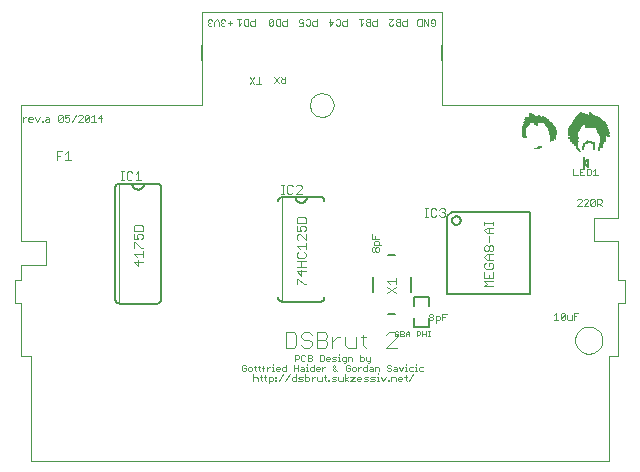
<source format=gto>
G75*
%MOIN*%
%OFA0B0*%
%FSLAX24Y24*%
%IPPOS*%
%LPD*%
%AMOC8*
5,1,8,0,0,1.08239X$1,22.5*
%
%ADD10C,0.0040*%
%ADD11C,0.0020*%
%ADD12C,0.0079*%
%ADD13R,0.0017X0.0008*%
%ADD14R,0.0025X0.0008*%
%ADD15R,0.0043X0.0008*%
%ADD16R,0.0051X0.0008*%
%ADD17R,0.0017X0.0008*%
%ADD18R,0.0059X0.0008*%
%ADD19R,0.0076X0.0008*%
%ADD20R,0.0085X0.0008*%
%ADD21R,0.0093X0.0008*%
%ADD22R,0.0034X0.0008*%
%ADD23R,0.0068X0.0008*%
%ADD24R,0.0110X0.0008*%
%ADD25R,0.0136X0.0008*%
%ADD26R,0.0145X0.0008*%
%ADD27R,0.0144X0.0008*%
%ADD28R,0.0060X0.0008*%
%ADD29R,0.0153X0.0008*%
%ADD30R,0.0102X0.0008*%
%ADD31R,0.0119X0.0008*%
%ADD32R,0.0127X0.0008*%
%ADD33R,0.0008X0.0008*%
%ADD34R,0.0102X0.0008*%
%ADD35R,0.0161X0.0008*%
%ADD36R,0.0178X0.0008*%
%ADD37R,0.0187X0.0008*%
%ADD38R,0.0170X0.0008*%
%ADD39R,0.0195X0.0008*%
%ADD40R,0.0323X0.0008*%
%ADD41R,0.0204X0.0008*%
%ADD42R,0.0289X0.0008*%
%ADD43R,0.0213X0.0008*%
%ADD44R,0.0246X0.0008*%
%ADD45R,0.0221X0.0008*%
%ADD46R,0.0230X0.0008*%
%ADD47R,0.0238X0.0008*%
%ADD48R,0.0255X0.0008*%
%ADD49R,0.0263X0.0008*%
%ADD50R,0.0272X0.0008*%
%ADD51R,0.0280X0.0008*%
%ADD52R,0.0289X0.0008*%
%ADD53R,0.0297X0.0008*%
%ADD54R,0.0306X0.0008*%
%ADD55R,0.0315X0.0008*%
%ADD56R,0.0034X0.0008*%
%ADD57R,0.0348X0.0008*%
%ADD58R,0.0119X0.0008*%
%ADD59R,0.0229X0.0008*%
%ADD60R,0.0332X0.0008*%
%ADD61R,0.0340X0.0008*%
%ADD62R,0.0357X0.0008*%
%ADD63R,0.0365X0.0008*%
%ADD64R,0.0374X0.0008*%
%ADD65R,0.0382X0.0008*%
%ADD66R,0.0331X0.0008*%
%ADD67R,0.0391X0.0008*%
%ADD68R,0.0400X0.0008*%
%ADD69R,0.0357X0.0008*%
%ADD70R,0.0408X0.0008*%
%ADD71R,0.0374X0.0008*%
%ADD72R,0.0272X0.0008*%
%ADD73R,0.0416X0.0008*%
%ADD74R,0.0399X0.0008*%
%ADD75R,0.0417X0.0008*%
%ADD76R,0.0748X0.0008*%
%ADD77R,0.0740X0.0008*%
%ADD78R,0.0162X0.0008*%
%ADD79R,0.0722X0.0008*%
%ADD80R,0.0714X0.0008*%
%ADD81R,0.0705X0.0008*%
%ADD82R,0.0688X0.0008*%
%ADD83R,0.1198X0.0008*%
%ADD84R,0.1181X0.0008*%
%ADD85R,0.1173X0.0008*%
%ADD86R,0.1165X0.0008*%
%ADD87R,0.1156X0.0008*%
%ADD88R,0.0247X0.0008*%
%ADD89R,0.1139X0.0008*%
%ADD90R,0.1130X0.0008*%
%ADD91R,0.0527X0.0008*%
%ADD92R,0.1113X0.0008*%
%ADD93R,0.0544X0.0008*%
%ADD94R,0.0578X0.0008*%
%ADD95R,0.1097X0.0008*%
%ADD96R,0.0875X0.0008*%
%ADD97R,0.1088X0.0008*%
%ADD98R,0.0858X0.0008*%
%ADD99R,0.0850X0.0008*%
%ADD100R,0.1071X0.0008*%
%ADD101R,0.0841X0.0008*%
%ADD102R,0.1028X0.0008*%
%ADD103R,0.0833X0.0008*%
%ADD104R,0.1011X0.0008*%
%ADD105R,0.0816X0.0008*%
%ADD106R,0.0986X0.0008*%
%ADD107R,0.0808X0.0008*%
%ADD108R,0.0969X0.0008*%
%ADD109R,0.0799X0.0008*%
%ADD110R,0.0960X0.0008*%
%ADD111R,0.0782X0.0008*%
%ADD112R,0.0935X0.0008*%
%ADD113R,0.0773X0.0008*%
%ADD114R,0.0926X0.0008*%
%ADD115R,0.0765X0.0008*%
%ADD116R,0.0910X0.0008*%
%ADD117R,0.0739X0.0008*%
%ADD118R,0.0892X0.0008*%
%ADD119R,0.0731X0.0008*%
%ADD120R,0.0884X0.0008*%
%ADD121R,0.0867X0.0008*%
%ADD122R,0.0697X0.0008*%
%ADD123R,0.0680X0.0008*%
%ADD124R,0.0663X0.0008*%
%ADD125R,0.0629X0.0008*%
%ADD126R,0.0790X0.0008*%
%ADD127R,0.0467X0.0008*%
%ADD128R,0.0756X0.0008*%
%ADD129R,0.0612X0.0008*%
%ADD130R,0.0595X0.0008*%
%ADD131R,0.0569X0.0008*%
%ADD132R,0.0553X0.0008*%
%ADD133R,0.0077X0.0008*%
%ADD134C,0.0060*%
%ADD135C,0.0030*%
%ADD136C,0.0080*%
%ADD137C,0.0000*%
D10*
X009538Y004283D02*
X009798Y004283D01*
X009885Y004370D01*
X009885Y004717D01*
X009798Y004804D01*
X009538Y004804D01*
X009538Y004283D01*
X010053Y004370D02*
X010140Y004283D01*
X010314Y004283D01*
X010400Y004370D01*
X010400Y004457D01*
X010314Y004543D01*
X010140Y004543D01*
X010053Y004630D01*
X010053Y004717D01*
X010140Y004804D01*
X010314Y004804D01*
X010400Y004717D01*
X010569Y004804D02*
X010829Y004804D01*
X010916Y004717D01*
X010916Y004630D01*
X010829Y004543D01*
X010569Y004543D01*
X010569Y004283D02*
X010829Y004283D01*
X010916Y004370D01*
X010916Y004457D01*
X010829Y004543D01*
X011085Y004457D02*
X011258Y004630D01*
X011345Y004630D01*
X011514Y004630D02*
X011514Y004370D01*
X011601Y004283D01*
X011861Y004283D01*
X011861Y004630D01*
X012030Y004630D02*
X012203Y004630D01*
X012117Y004717D02*
X012117Y004370D01*
X012203Y004283D01*
X012889Y004283D02*
X013236Y004630D01*
X013236Y004717D01*
X013150Y004804D01*
X012976Y004804D01*
X012889Y004717D01*
X012889Y004283D02*
X013236Y004283D01*
X011085Y004283D02*
X011085Y004630D01*
X010569Y004804D02*
X010569Y004283D01*
D11*
X010667Y004028D02*
X010767Y004028D01*
X010801Y003995D01*
X010801Y003862D01*
X010767Y003828D01*
X010667Y003828D01*
X010667Y004028D01*
X010870Y003928D02*
X010903Y003962D01*
X010970Y003962D01*
X011003Y003928D01*
X011003Y003895D01*
X010870Y003895D01*
X010870Y003862D02*
X010870Y003928D01*
X010870Y003862D02*
X010903Y003828D01*
X010970Y003828D01*
X011072Y003828D02*
X011172Y003828D01*
X011206Y003862D01*
X011172Y003895D01*
X011106Y003895D01*
X011072Y003928D01*
X011106Y003962D01*
X011206Y003962D01*
X011275Y003962D02*
X011308Y003962D01*
X011308Y003828D01*
X011275Y003828D02*
X011342Y003828D01*
X011410Y003862D02*
X011443Y003828D01*
X011543Y003828D01*
X011543Y003795D02*
X011543Y003962D01*
X011443Y003962D01*
X011410Y003928D01*
X011410Y003862D01*
X011477Y003761D02*
X011510Y003761D01*
X011543Y003795D01*
X011613Y003828D02*
X011613Y003962D01*
X011713Y003962D01*
X011746Y003928D01*
X011746Y003828D01*
X011628Y003698D02*
X011562Y003698D01*
X011528Y003665D01*
X011528Y003532D01*
X011562Y003498D01*
X011628Y003498D01*
X011662Y003532D01*
X011662Y003598D01*
X011595Y003598D01*
X011662Y003665D02*
X011628Y003698D01*
X011731Y003598D02*
X011764Y003632D01*
X011831Y003632D01*
X011864Y003598D01*
X011864Y003532D01*
X011831Y003498D01*
X011764Y003498D01*
X011731Y003532D01*
X011731Y003598D01*
X011933Y003565D02*
X012000Y003632D01*
X012033Y003632D01*
X012102Y003598D02*
X012135Y003632D01*
X012236Y003632D01*
X012236Y003698D02*
X012236Y003498D01*
X012135Y003498D01*
X012102Y003532D01*
X012102Y003598D01*
X011933Y003632D02*
X011933Y003498D01*
X011947Y003317D02*
X012020Y003317D01*
X012057Y003281D01*
X012057Y003244D01*
X011910Y003244D01*
X011910Y003281D02*
X011947Y003317D01*
X011910Y003281D02*
X011910Y003207D01*
X011947Y003171D01*
X012020Y003171D01*
X012131Y003171D02*
X012241Y003171D01*
X012278Y003207D01*
X012241Y003244D01*
X012168Y003244D01*
X012131Y003281D01*
X012168Y003317D01*
X012278Y003317D01*
X012352Y003281D02*
X012389Y003317D01*
X012499Y003317D01*
X012573Y003317D02*
X012610Y003317D01*
X012610Y003171D01*
X012646Y003171D02*
X012573Y003171D01*
X012499Y003207D02*
X012462Y003244D01*
X012389Y003244D01*
X012352Y003281D01*
X012352Y003171D02*
X012462Y003171D01*
X012499Y003207D01*
X012610Y003391D02*
X012610Y003427D01*
X012641Y003498D02*
X012641Y003598D01*
X012607Y003632D01*
X012507Y003632D01*
X012507Y003498D01*
X012438Y003498D02*
X012338Y003498D01*
X012305Y003532D01*
X012338Y003565D01*
X012438Y003565D01*
X012438Y003598D02*
X012438Y003498D01*
X012438Y003598D02*
X012405Y003632D01*
X012338Y003632D01*
X012320Y003761D02*
X012287Y003761D01*
X012320Y003761D02*
X012354Y003795D01*
X012354Y003962D01*
X012220Y003962D02*
X012220Y003862D01*
X012254Y003828D01*
X012354Y003828D01*
X012151Y003862D02*
X012151Y003928D01*
X012118Y003962D01*
X012018Y003962D01*
X012018Y004028D02*
X012018Y003828D01*
X012118Y003828D01*
X012151Y003862D01*
X011836Y003317D02*
X011689Y003317D01*
X011615Y003317D02*
X011505Y003244D01*
X011615Y003171D01*
X011689Y003171D02*
X011836Y003171D01*
X011836Y003317D02*
X011689Y003171D01*
X011505Y003171D02*
X011505Y003391D01*
X011431Y003317D02*
X011431Y003171D01*
X011321Y003171D01*
X011284Y003207D01*
X011284Y003317D01*
X011210Y003317D02*
X011100Y003317D01*
X011063Y003281D01*
X011100Y003244D01*
X011173Y003244D01*
X011210Y003207D01*
X011173Y003171D01*
X011063Y003171D01*
X010989Y003171D02*
X010952Y003171D01*
X010952Y003207D01*
X010989Y003207D01*
X010989Y003171D01*
X010878Y003171D02*
X010842Y003207D01*
X010842Y003354D01*
X010878Y003317D02*
X010805Y003317D01*
X010731Y003317D02*
X010731Y003171D01*
X010621Y003171D01*
X010584Y003207D01*
X010584Y003317D01*
X010510Y003317D02*
X010473Y003317D01*
X010400Y003244D01*
X010400Y003171D02*
X010400Y003317D01*
X010326Y003281D02*
X010289Y003317D01*
X010179Y003317D01*
X010179Y003391D02*
X010179Y003171D01*
X010289Y003171D01*
X010326Y003207D01*
X010326Y003281D01*
X010105Y003317D02*
X009995Y003317D01*
X009958Y003281D01*
X009995Y003244D01*
X010068Y003244D01*
X010105Y003207D01*
X010068Y003171D01*
X009958Y003171D01*
X009884Y003171D02*
X009774Y003171D01*
X009737Y003207D01*
X009737Y003281D01*
X009774Y003317D01*
X009884Y003317D01*
X009884Y003391D02*
X009884Y003171D01*
X009663Y003391D02*
X009516Y003171D01*
X009295Y003171D02*
X009442Y003391D01*
X009435Y003498D02*
X009401Y003532D01*
X009401Y003598D01*
X009435Y003632D01*
X009535Y003632D01*
X009535Y003698D02*
X009535Y003498D01*
X009435Y003498D01*
X009332Y003565D02*
X009199Y003565D01*
X009199Y003598D02*
X009232Y003632D01*
X009299Y003632D01*
X009332Y003598D01*
X009332Y003565D01*
X009299Y003498D02*
X009232Y003498D01*
X009199Y003532D01*
X009199Y003598D01*
X009097Y003632D02*
X009097Y003498D01*
X009064Y003498D02*
X009130Y003498D01*
X009097Y003632D02*
X009064Y003632D01*
X008995Y003632D02*
X008961Y003632D01*
X008895Y003565D01*
X008895Y003498D02*
X008895Y003632D01*
X008826Y003598D02*
X008760Y003598D01*
X008793Y003665D02*
X008793Y003498D01*
X008691Y003498D02*
X008658Y003532D01*
X008658Y003665D01*
X008625Y003632D02*
X008691Y003632D01*
X008793Y003665D02*
X008826Y003698D01*
X009097Y003698D02*
X009097Y003732D01*
X009074Y003317D02*
X008963Y003317D01*
X008963Y003097D01*
X008963Y003171D02*
X009074Y003171D01*
X009110Y003207D01*
X009110Y003281D01*
X009074Y003317D01*
X009184Y003317D02*
X009184Y003281D01*
X009221Y003281D01*
X009221Y003317D01*
X009184Y003317D01*
X009184Y003207D02*
X009184Y003171D01*
X009221Y003171D01*
X009221Y003207D01*
X009184Y003207D01*
X008890Y003171D02*
X008853Y003207D01*
X008853Y003354D01*
X008816Y003317D02*
X008890Y003317D01*
X008742Y003317D02*
X008669Y003317D01*
X008705Y003354D02*
X008705Y003207D01*
X008742Y003171D01*
X008595Y003171D02*
X008595Y003281D01*
X008558Y003317D01*
X008485Y003317D01*
X008448Y003281D01*
X008448Y003391D02*
X008448Y003171D01*
X008387Y003498D02*
X008320Y003498D01*
X008287Y003532D01*
X008287Y003598D01*
X008320Y003632D01*
X008387Y003632D01*
X008420Y003598D01*
X008420Y003532D01*
X008387Y003498D01*
X008523Y003532D02*
X008556Y003498D01*
X008523Y003532D02*
X008523Y003665D01*
X008490Y003632D02*
X008556Y003632D01*
X008218Y003665D02*
X008185Y003698D01*
X008118Y003698D01*
X008084Y003665D01*
X008084Y003532D01*
X008118Y003498D01*
X008185Y003498D01*
X008218Y003532D01*
X008218Y003598D01*
X008151Y003598D01*
X009806Y003598D02*
X009940Y003598D01*
X010009Y003532D02*
X010042Y003565D01*
X010142Y003565D01*
X010142Y003598D02*
X010142Y003498D01*
X010042Y003498D01*
X010009Y003532D01*
X009940Y003498D02*
X009940Y003698D01*
X010042Y003632D02*
X010109Y003632D01*
X010142Y003598D01*
X010211Y003632D02*
X010245Y003632D01*
X010245Y003498D01*
X010278Y003498D02*
X010211Y003498D01*
X010346Y003532D02*
X010346Y003598D01*
X010380Y003632D01*
X010480Y003632D01*
X010480Y003698D02*
X010480Y003498D01*
X010380Y003498D01*
X010346Y003532D01*
X010245Y003698D02*
X010245Y003732D01*
X010262Y003828D02*
X010362Y003828D01*
X010396Y003862D01*
X010396Y003895D01*
X010362Y003928D01*
X010262Y003928D01*
X010193Y003862D02*
X010160Y003828D01*
X010093Y003828D01*
X010060Y003862D01*
X010060Y003995D01*
X010093Y004028D01*
X010160Y004028D01*
X010193Y003995D01*
X010262Y004028D02*
X010362Y004028D01*
X010396Y003995D01*
X010396Y003962D01*
X010362Y003928D01*
X010262Y003828D02*
X010262Y004028D01*
X009990Y003995D02*
X009990Y003928D01*
X009957Y003895D01*
X009857Y003895D01*
X009857Y003828D02*
X009857Y004028D01*
X009957Y004028D01*
X009990Y003995D01*
X009806Y003698D02*
X009806Y003498D01*
X010549Y003532D02*
X010549Y003598D01*
X010582Y003632D01*
X010649Y003632D01*
X010683Y003598D01*
X010683Y003565D01*
X010549Y003565D01*
X010549Y003532D02*
X010582Y003498D01*
X010649Y003498D01*
X010752Y003498D02*
X010752Y003632D01*
X010818Y003632D02*
X010852Y003632D01*
X010818Y003632D02*
X010752Y003565D01*
X011123Y003565D02*
X011190Y003632D01*
X011190Y003665D01*
X011156Y003698D01*
X011123Y003665D01*
X011123Y003632D01*
X011256Y003498D01*
X011190Y003498D02*
X011156Y003498D01*
X011123Y003532D01*
X011123Y003565D01*
X011190Y003498D02*
X011256Y003565D01*
X011308Y004028D02*
X011308Y004062D01*
X012720Y003317D02*
X012794Y003171D01*
X012867Y003317D01*
X012941Y003207D02*
X012978Y003207D01*
X012978Y003171D01*
X012941Y003171D01*
X012941Y003207D01*
X013052Y003171D02*
X013052Y003317D01*
X013162Y003317D01*
X013199Y003281D01*
X013199Y003171D01*
X013273Y003207D02*
X013273Y003281D01*
X013309Y003317D01*
X013383Y003317D01*
X013420Y003281D01*
X013420Y003244D01*
X013273Y003244D01*
X013273Y003207D02*
X013309Y003171D01*
X013383Y003171D01*
X013530Y003207D02*
X013567Y003171D01*
X013530Y003207D02*
X013530Y003354D01*
X013494Y003317D02*
X013567Y003317D01*
X013641Y003171D02*
X013788Y003391D01*
X013789Y003498D02*
X013689Y003498D01*
X013655Y003532D01*
X013655Y003598D01*
X013689Y003632D01*
X013789Y003632D01*
X013858Y003632D02*
X013891Y003632D01*
X013891Y003498D01*
X013858Y003498D02*
X013924Y003498D01*
X013993Y003532D02*
X014026Y003498D01*
X014126Y003498D01*
X014126Y003632D02*
X014026Y003632D01*
X013993Y003598D01*
X013993Y003532D01*
X013891Y003698D02*
X013891Y003732D01*
X013553Y003732D02*
X013553Y003698D01*
X013553Y003632D02*
X013553Y003498D01*
X013520Y003498D02*
X013587Y003498D01*
X013553Y003632D02*
X013520Y003632D01*
X013451Y003632D02*
X013384Y003498D01*
X013318Y003632D01*
X013248Y003598D02*
X013215Y003632D01*
X013148Y003632D01*
X013148Y003565D02*
X013248Y003565D01*
X013248Y003598D02*
X013248Y003498D01*
X013148Y003498D01*
X013115Y003532D01*
X013148Y003565D01*
X013046Y003565D02*
X013046Y003532D01*
X013013Y003498D01*
X012946Y003498D01*
X012912Y003532D01*
X012946Y003598D02*
X013013Y003598D01*
X013046Y003565D01*
X013046Y003665D02*
X013013Y003698D01*
X012946Y003698D01*
X012912Y003665D01*
X012912Y003632D01*
X012946Y003598D01*
X013197Y004654D02*
X013257Y004654D01*
X013287Y004684D01*
X013287Y004744D01*
X013227Y004744D01*
X013287Y004804D02*
X013257Y004834D01*
X013197Y004834D01*
X013167Y004804D01*
X013167Y004684D01*
X013197Y004654D01*
X013351Y004654D02*
X013351Y004834D01*
X013441Y004834D01*
X013471Y004804D01*
X013471Y004774D01*
X013441Y004744D01*
X013351Y004744D01*
X013441Y004744D02*
X013471Y004714D01*
X013471Y004684D01*
X013441Y004654D01*
X013351Y004654D01*
X013535Y004654D02*
X013535Y004774D01*
X013595Y004834D01*
X013655Y004774D01*
X013655Y004654D01*
X013655Y004744D02*
X013535Y004744D01*
X013903Y004714D02*
X013993Y004714D01*
X014023Y004744D01*
X014023Y004804D01*
X013993Y004834D01*
X013903Y004834D01*
X013903Y004654D01*
X014087Y004654D02*
X014087Y004834D01*
X014087Y004744D02*
X014208Y004744D01*
X014208Y004834D02*
X014208Y004654D01*
X014272Y004654D02*
X014332Y004654D01*
X014302Y004654D02*
X014302Y004834D01*
X014272Y004834D02*
X014332Y004834D01*
X014534Y005111D02*
X014534Y005332D01*
X014645Y005332D01*
X014681Y005295D01*
X014681Y005222D01*
X014645Y005185D01*
X014534Y005185D01*
X014460Y005222D02*
X014424Y005185D01*
X014350Y005185D01*
X014313Y005222D01*
X014313Y005258D01*
X014350Y005295D01*
X014424Y005295D01*
X014460Y005258D01*
X014460Y005222D01*
X014424Y005295D02*
X014460Y005332D01*
X014460Y005368D01*
X014424Y005405D01*
X014350Y005405D01*
X014313Y005368D01*
X014313Y005332D01*
X014350Y005295D01*
X014755Y005295D02*
X014829Y005295D01*
X014755Y005405D02*
X014902Y005405D01*
X014755Y005405D02*
X014755Y005185D01*
X012599Y007474D02*
X012562Y007474D01*
X012525Y007511D01*
X012525Y007585D01*
X012562Y007621D01*
X012599Y007621D01*
X012635Y007585D01*
X012635Y007511D01*
X012599Y007474D01*
X012525Y007511D02*
X012489Y007474D01*
X012452Y007474D01*
X012415Y007511D01*
X012415Y007585D01*
X012452Y007621D01*
X012489Y007621D01*
X012525Y007585D01*
X012489Y007695D02*
X012489Y007806D01*
X012525Y007842D01*
X012599Y007842D01*
X012635Y007806D01*
X012635Y007695D01*
X012709Y007695D02*
X012489Y007695D01*
X012525Y007916D02*
X012525Y007990D01*
X012415Y007916D02*
X012415Y008063D01*
X012415Y007916D02*
X012635Y007916D01*
X009425Y009313D02*
X009425Y005813D01*
X003988Y005750D02*
X003988Y009750D01*
X003391Y011815D02*
X003391Y012035D01*
X003281Y011925D01*
X003427Y011925D01*
X003206Y011815D02*
X003060Y011815D01*
X003133Y011815D02*
X003133Y012035D01*
X003060Y011961D01*
X002985Y011998D02*
X002839Y011851D01*
X002875Y011815D01*
X002949Y011815D01*
X002985Y011851D01*
X002985Y011998D01*
X002949Y012035D01*
X002875Y012035D01*
X002839Y011998D01*
X002839Y011851D01*
X002764Y011815D02*
X002618Y011815D01*
X002764Y011961D01*
X002764Y011998D01*
X002728Y012035D01*
X002654Y012035D01*
X002618Y011998D01*
X002543Y012035D02*
X002397Y011815D01*
X002322Y011851D02*
X002286Y011815D01*
X002212Y011815D01*
X002176Y011851D01*
X002176Y011925D02*
X002249Y011961D01*
X002286Y011961D01*
X002322Y011925D01*
X002322Y011851D01*
X002176Y011925D02*
X002176Y012035D01*
X002322Y012035D01*
X002101Y011998D02*
X001955Y011851D01*
X001991Y011815D01*
X002065Y011815D01*
X002101Y011851D01*
X002101Y011998D01*
X002065Y012035D01*
X001991Y012035D01*
X001955Y011998D01*
X001955Y011851D01*
X001659Y011815D02*
X001549Y011815D01*
X001513Y011851D01*
X001549Y011888D01*
X001659Y011888D01*
X001659Y011925D02*
X001659Y011815D01*
X001659Y011925D02*
X001623Y011961D01*
X001549Y011961D01*
X001439Y011851D02*
X001439Y011815D01*
X001402Y011815D01*
X001402Y011851D01*
X001439Y011851D01*
X001328Y011961D02*
X001255Y011815D01*
X001181Y011961D01*
X001107Y011925D02*
X001107Y011888D01*
X000960Y011888D01*
X000960Y011925D02*
X000997Y011961D01*
X001070Y011961D01*
X001107Y011925D01*
X001070Y011815D02*
X000997Y011815D01*
X000960Y011851D01*
X000960Y011925D01*
X000886Y011961D02*
X000849Y011961D01*
X000776Y011888D01*
X000776Y011815D02*
X000776Y011961D01*
X006935Y015036D02*
X006935Y015072D01*
X006972Y015109D01*
X006935Y015146D01*
X006935Y015182D01*
X006972Y015219D01*
X007045Y015219D01*
X007082Y015182D01*
X007156Y015146D02*
X007156Y014999D01*
X007082Y015036D02*
X007045Y014999D01*
X006972Y014999D01*
X006935Y015036D01*
X006972Y015109D02*
X007008Y015109D01*
X007156Y015146D02*
X007229Y015219D01*
X007303Y015146D01*
X007303Y014999D01*
X007377Y015036D02*
X007377Y015072D01*
X007414Y015109D01*
X007377Y015146D01*
X007377Y015182D01*
X007414Y015219D01*
X007487Y015219D01*
X007524Y015182D01*
X007450Y015109D02*
X007414Y015109D01*
X007377Y015036D02*
X007414Y014999D01*
X007487Y014999D01*
X007524Y015036D01*
X007598Y015109D02*
X007745Y015109D01*
X007671Y015036D02*
X007671Y015182D01*
X007913Y015235D02*
X008060Y015235D01*
X007986Y015235D02*
X007986Y015015D01*
X008060Y015088D01*
X008134Y015052D02*
X008170Y015015D01*
X008280Y015015D01*
X008280Y015235D01*
X008170Y015235D01*
X008134Y015198D01*
X008134Y015052D01*
X008355Y015052D02*
X008355Y015125D01*
X008391Y015162D01*
X008501Y015162D01*
X008501Y015235D02*
X008501Y015015D01*
X008391Y015015D01*
X008355Y015052D01*
X008975Y015052D02*
X009122Y015198D01*
X009085Y015235D01*
X009012Y015235D01*
X008975Y015198D01*
X008975Y015052D01*
X009012Y015015D01*
X009085Y015015D01*
X009122Y015052D01*
X009122Y015198D01*
X009196Y015198D02*
X009196Y015052D01*
X009233Y015015D01*
X009343Y015015D01*
X009343Y015235D01*
X009233Y015235D01*
X009196Y015198D01*
X009417Y015125D02*
X009417Y015052D01*
X009454Y015015D01*
X009564Y015015D01*
X009564Y015235D01*
X009564Y015162D02*
X009454Y015162D01*
X009417Y015125D01*
X009975Y015125D02*
X010012Y015088D01*
X010049Y015088D01*
X010122Y015125D01*
X010122Y015015D01*
X009975Y015015D01*
X009975Y015125D02*
X009975Y015198D01*
X010012Y015235D01*
X010085Y015235D01*
X010122Y015198D01*
X010196Y015198D02*
X010233Y015235D01*
X010306Y015235D01*
X010343Y015198D01*
X010343Y015052D01*
X010306Y015015D01*
X010233Y015015D01*
X010196Y015052D01*
X010417Y015052D02*
X010417Y015125D01*
X010454Y015162D01*
X010564Y015162D01*
X010564Y015235D02*
X010564Y015015D01*
X010454Y015015D01*
X010417Y015052D01*
X010975Y015125D02*
X011122Y015125D01*
X011012Y015015D01*
X011012Y015235D01*
X011196Y015198D02*
X011233Y015235D01*
X011306Y015235D01*
X011343Y015198D01*
X011343Y015052D01*
X011306Y015015D01*
X011233Y015015D01*
X011196Y015052D01*
X011417Y015052D02*
X011417Y015125D01*
X011454Y015162D01*
X011564Y015162D01*
X011564Y015235D02*
X011564Y015015D01*
X011454Y015015D01*
X011417Y015052D01*
X011975Y015235D02*
X012122Y015235D01*
X012049Y015235D02*
X012049Y015015D01*
X012122Y015088D01*
X012196Y015088D02*
X012233Y015125D01*
X012343Y015125D01*
X012417Y015125D02*
X012454Y015162D01*
X012564Y015162D01*
X012564Y015235D02*
X012564Y015015D01*
X012454Y015015D01*
X012417Y015052D01*
X012417Y015125D01*
X012343Y015235D02*
X012233Y015235D01*
X012196Y015198D01*
X012196Y015162D01*
X012233Y015125D01*
X012196Y015088D02*
X012196Y015052D01*
X012233Y015015D01*
X012343Y015015D01*
X012343Y015235D01*
X012975Y015235D02*
X013122Y015235D01*
X012975Y015088D01*
X012975Y015052D01*
X013012Y015015D01*
X013085Y015015D01*
X013122Y015052D01*
X013196Y015052D02*
X013196Y015088D01*
X013233Y015125D01*
X013343Y015125D01*
X013417Y015125D02*
X013454Y015162D01*
X013564Y015162D01*
X013564Y015235D02*
X013564Y015015D01*
X013454Y015015D01*
X013417Y015052D01*
X013417Y015125D01*
X013343Y015235D02*
X013233Y015235D01*
X013196Y015198D01*
X013196Y015162D01*
X013233Y015125D01*
X013196Y015052D02*
X013233Y015015D01*
X013343Y015015D01*
X013343Y015235D01*
X013920Y015182D02*
X013920Y015036D01*
X013957Y014999D01*
X014067Y014999D01*
X014067Y015219D01*
X013957Y015219D01*
X013920Y015182D01*
X014141Y015219D02*
X014141Y014999D01*
X014288Y014999D02*
X014141Y015219D01*
X014288Y015219D02*
X014288Y014999D01*
X014362Y015036D02*
X014399Y014999D01*
X014473Y014999D01*
X014509Y015036D01*
X014509Y015182D01*
X014473Y015219D01*
X014399Y015219D01*
X014362Y015182D01*
X014362Y015109D01*
X014436Y015109D01*
X009519Y013315D02*
X009519Y013094D01*
X009409Y013094D01*
X009372Y013131D01*
X009372Y013204D01*
X009409Y013241D01*
X009519Y013241D01*
X009446Y013241D02*
X009372Y013315D01*
X009298Y013315D02*
X009151Y013094D01*
X009298Y013094D02*
X009151Y013315D01*
X008703Y013077D02*
X008557Y013077D01*
X008630Y013077D02*
X008630Y013298D01*
X008483Y013298D02*
X008336Y013077D01*
X008483Y013077D02*
X008336Y013298D01*
X018476Y005358D02*
X018549Y005431D01*
X018549Y005211D01*
X018476Y005211D02*
X018622Y005211D01*
X018697Y005248D02*
X018843Y005395D01*
X018843Y005248D01*
X018807Y005211D01*
X018733Y005211D01*
X018697Y005248D01*
X018697Y005395D01*
X018733Y005431D01*
X018807Y005431D01*
X018843Y005395D01*
X018918Y005358D02*
X018918Y005248D01*
X018954Y005211D01*
X019064Y005211D01*
X019064Y005358D01*
X019139Y005321D02*
X019212Y005321D01*
X019139Y005211D02*
X019139Y005431D01*
X019285Y005431D01*
X019253Y009010D02*
X019399Y009157D01*
X019399Y009193D01*
X019363Y009230D01*
X019289Y009230D01*
X019253Y009193D01*
X019253Y009010D02*
X019399Y009010D01*
X019473Y009010D02*
X019620Y009157D01*
X019620Y009193D01*
X019584Y009230D01*
X019510Y009230D01*
X019473Y009193D01*
X019473Y009010D02*
X019620Y009010D01*
X019694Y009047D02*
X019731Y009010D01*
X019805Y009010D01*
X019841Y009047D01*
X019841Y009193D01*
X019694Y009047D01*
X019694Y009193D01*
X019731Y009230D01*
X019805Y009230D01*
X019841Y009193D01*
X019915Y009230D02*
X019915Y009010D01*
X019915Y009083D02*
X020026Y009083D01*
X020062Y009120D01*
X020062Y009193D01*
X020026Y009230D01*
X019915Y009230D01*
X019989Y009083D02*
X020062Y009010D01*
X019929Y010022D02*
X019783Y010022D01*
X019856Y010022D02*
X019856Y010242D01*
X019783Y010169D01*
X019708Y010205D02*
X019672Y010242D01*
X019562Y010242D01*
X019562Y010022D01*
X019672Y010022D01*
X019708Y010059D01*
X019708Y010205D01*
X019487Y010242D02*
X019341Y010242D01*
X019341Y010022D01*
X019487Y010022D01*
X019414Y010132D02*
X019341Y010132D01*
X019266Y010022D02*
X019120Y010022D01*
X019120Y010242D01*
D12*
X014298Y005955D02*
X013798Y005955D01*
X013798Y005652D01*
X013798Y005258D02*
X013798Y004955D01*
X014298Y004955D01*
X014298Y005258D01*
X014298Y005652D02*
X014298Y005955D01*
D13*
X019334Y010785D03*
X017847Y010887D03*
D14*
X018531Y011236D03*
X019330Y010802D03*
X019330Y010794D03*
X019610Y011159D03*
X019814Y010853D03*
X019984Y010828D03*
X017995Y012001D03*
D15*
X017919Y011661D03*
X018378Y011159D03*
X018522Y011261D03*
X018004Y010972D03*
X019253Y010913D03*
X019330Y010811D03*
X019457Y010879D03*
X019474Y011040D03*
X019823Y011015D03*
X019823Y011006D03*
X019823Y010998D03*
X019823Y010989D03*
X019823Y010981D03*
X019823Y010972D03*
X019823Y010964D03*
X019823Y010955D03*
X019976Y010904D03*
X019976Y010896D03*
X019976Y010887D03*
X019976Y010836D03*
X019661Y012094D03*
X019389Y012094D03*
D16*
X019666Y012086D03*
X019810Y011049D03*
X019827Y010947D03*
X019827Y010938D03*
X019827Y010930D03*
X019827Y010921D03*
X019827Y010913D03*
X019827Y010904D03*
X019827Y010896D03*
X019827Y010887D03*
X019827Y010879D03*
X019827Y010870D03*
X019972Y010870D03*
X019972Y010862D03*
X019972Y010879D03*
X019980Y010913D03*
X019470Y011006D03*
X019470Y011015D03*
X019470Y011023D03*
X019470Y011032D03*
X019479Y011049D03*
X019462Y010972D03*
X019453Y010887D03*
X019326Y010819D03*
X019266Y010896D03*
X019258Y010904D03*
X019249Y010921D03*
X019249Y010930D03*
X019249Y010938D03*
X017685Y012069D03*
D17*
X018535Y011227D03*
X018535Y011219D03*
X019989Y010819D03*
D18*
X019967Y010845D03*
X019967Y010853D03*
X019457Y010930D03*
X019457Y010938D03*
X019457Y010947D03*
X019457Y010955D03*
X019457Y010964D03*
X019449Y010904D03*
X019449Y010896D03*
X019321Y010828D03*
X019245Y010947D03*
X019245Y010955D03*
X018522Y011270D03*
X018522Y011278D03*
D19*
X018395Y011168D03*
X019236Y010972D03*
X019296Y010870D03*
X019321Y010836D03*
X019619Y011151D03*
X019797Y011057D03*
X019695Y012060D03*
D20*
X019700Y012052D03*
X020006Y010930D03*
X019317Y010845D03*
X019232Y010981D03*
X017898Y011686D03*
X017898Y011695D03*
X017702Y012052D03*
D21*
X017893Y011703D03*
X018106Y011950D03*
X017502Y011261D03*
X017502Y011253D03*
X019228Y010989D03*
X019304Y010862D03*
X019313Y010853D03*
X020273Y011321D03*
X019398Y012077D03*
D22*
X018527Y011253D03*
X018527Y011244D03*
X018119Y011967D03*
X019819Y011040D03*
X019819Y011032D03*
X019819Y011023D03*
X019819Y010862D03*
D23*
X019453Y010913D03*
X019453Y010921D03*
X019487Y011057D03*
X019241Y010964D03*
X019275Y010887D03*
X019283Y010879D03*
X020286Y011312D03*
X019394Y012086D03*
X018110Y011958D03*
X017906Y011678D03*
X017694Y012060D03*
X018000Y010964D03*
D24*
X017893Y010896D03*
X017494Y011295D03*
X017494Y011304D03*
X017494Y011312D03*
X017494Y011321D03*
X017885Y011720D03*
X019219Y011015D03*
X019627Y011142D03*
X019721Y012026D03*
D25*
X020057Y011057D03*
X020057Y011049D03*
X020057Y011040D03*
X020048Y011023D03*
X020048Y011015D03*
X019207Y011040D03*
X018416Y011185D03*
X018416Y011193D03*
X018416Y011202D03*
X018416Y011210D03*
X018416Y011219D03*
X018416Y011227D03*
X018000Y010947D03*
X017923Y010904D03*
X017481Y011389D03*
X017481Y011397D03*
X017481Y011406D03*
X017481Y011414D03*
X017481Y011542D03*
X017481Y011550D03*
X017481Y011559D03*
X017481Y011567D03*
X017490Y011593D03*
X017498Y011601D03*
X017872Y011746D03*
X017949Y011975D03*
D26*
X017732Y012018D03*
X017477Y011533D03*
X017477Y011525D03*
X017477Y011516D03*
X017477Y011440D03*
X017477Y011431D03*
X017477Y011423D03*
X017944Y010913D03*
X018412Y011236D03*
X018412Y011244D03*
X018412Y011253D03*
X018412Y011261D03*
X018412Y011270D03*
X018412Y011278D03*
X019551Y011083D03*
X019763Y011083D03*
X020061Y011074D03*
X020061Y011066D03*
X020069Y011100D03*
D27*
X019202Y011049D03*
X017961Y010921D03*
X017502Y011610D03*
D28*
X017910Y011669D03*
X017978Y011992D03*
X019466Y010998D03*
X019466Y010989D03*
X019466Y010981D03*
X019993Y010921D03*
X019678Y012077D03*
D29*
X020074Y011125D03*
X020074Y011117D03*
X020074Y011108D03*
X020065Y011091D03*
X020065Y011083D03*
X019198Y011057D03*
X018000Y010938D03*
X017983Y010930D03*
X017473Y011448D03*
X017473Y011457D03*
X017473Y011465D03*
X017473Y011474D03*
X017473Y011482D03*
X017473Y011491D03*
X017473Y011499D03*
X017473Y011508D03*
X017507Y011618D03*
X017515Y011627D03*
X017736Y012009D03*
D30*
X017711Y012043D03*
X017966Y011984D03*
X017889Y011712D03*
X017498Y011287D03*
X017498Y011278D03*
X017498Y011270D03*
X018000Y010955D03*
X019708Y012043D03*
X019717Y012035D03*
X019785Y011066D03*
X020014Y010938D03*
D31*
X020031Y010947D03*
X020031Y010955D03*
X019776Y011074D03*
X019530Y011074D03*
X019215Y011023D03*
X019572Y011593D03*
X019725Y012018D03*
X017719Y012035D03*
X017490Y011346D03*
X017490Y011338D03*
X017490Y011329D03*
D32*
X017485Y011355D03*
X017485Y011363D03*
X017485Y011372D03*
X017485Y011380D03*
X017485Y011576D03*
X017485Y011584D03*
X017876Y011737D03*
X017723Y012026D03*
X019211Y011032D03*
X020035Y010981D03*
X020035Y010972D03*
X020035Y010964D03*
X020044Y010989D03*
X020044Y010998D03*
X020044Y011006D03*
X020052Y011032D03*
X019738Y012009D03*
X019406Y012069D03*
D33*
X020316Y011295D03*
X018539Y011210D03*
X018361Y011151D03*
X018004Y010981D03*
D34*
X018408Y011176D03*
X019224Y011006D03*
X019224Y010998D03*
X019513Y011066D03*
D35*
X019576Y011091D03*
X019636Y011134D03*
X020078Y011134D03*
X019194Y011066D03*
X019406Y012060D03*
D36*
X019194Y011074D03*
X017536Y011661D03*
X017528Y011652D03*
D37*
X017541Y011669D03*
X017541Y011678D03*
X017549Y011686D03*
X017753Y011992D03*
X019190Y011091D03*
X019190Y011083D03*
X020091Y011321D03*
X019411Y012052D03*
D38*
X019751Y011091D03*
X017881Y011754D03*
X017745Y012001D03*
X017524Y011644D03*
D39*
X017553Y011695D03*
X017757Y011984D03*
X019185Y011100D03*
X019644Y011125D03*
X020095Y011287D03*
X020095Y011295D03*
X020095Y011304D03*
X020095Y011312D03*
X020086Y011329D03*
D40*
X019666Y011100D03*
X019674Y011601D03*
X019436Y012018D03*
D41*
X020099Y011278D03*
X020099Y011270D03*
X020099Y011261D03*
X020099Y011253D03*
X020099Y011244D03*
X019181Y011108D03*
X017566Y011712D03*
X017558Y011703D03*
D42*
X018221Y011780D03*
X019666Y011108D03*
D43*
X020103Y011202D03*
X020103Y011210D03*
X020103Y011219D03*
X020103Y011227D03*
X020103Y011236D03*
X019177Y011117D03*
X017766Y011975D03*
X017570Y011720D03*
D44*
X018267Y011754D03*
X018293Y011729D03*
X018437Y011406D03*
X018437Y011397D03*
X018437Y011389D03*
X018437Y011380D03*
X019160Y011151D03*
X019653Y011117D03*
D45*
X020108Y011168D03*
X020108Y011176D03*
X020108Y011185D03*
X020108Y011193D03*
X019173Y011125D03*
X018442Y011287D03*
X018442Y011295D03*
X018442Y011304D03*
X018442Y011312D03*
X018442Y011321D03*
X018442Y011329D03*
X017575Y011729D03*
X019419Y012043D03*
D46*
X019168Y011134D03*
X020112Y011142D03*
X020112Y011151D03*
X020112Y011159D03*
D47*
X019164Y011142D03*
X018442Y011355D03*
X018442Y011363D03*
X018442Y011372D03*
X018280Y011746D03*
X017592Y011754D03*
D48*
X018297Y011720D03*
X018382Y011618D03*
X018391Y011610D03*
X018391Y011601D03*
X018399Y011576D03*
X018433Y011431D03*
X018433Y011423D03*
X018433Y011414D03*
X019156Y011168D03*
X019156Y011159D03*
X019428Y012035D03*
D49*
X019151Y011176D03*
X018437Y011440D03*
X018437Y011448D03*
X018420Y011516D03*
X018412Y011542D03*
X018412Y011550D03*
X018403Y011559D03*
X018403Y011567D03*
X018395Y011584D03*
X018395Y011593D03*
X018310Y011703D03*
X018301Y011712D03*
X018250Y011763D03*
D50*
X018314Y011695D03*
X018425Y011508D03*
X018425Y011499D03*
X018433Y011482D03*
X018433Y011474D03*
X018433Y011465D03*
X018433Y011457D03*
X019147Y011185D03*
D51*
X019143Y011193D03*
X018429Y011491D03*
X018327Y011678D03*
X018318Y011686D03*
D52*
X018331Y011669D03*
X018365Y011627D03*
X019139Y011321D03*
X019139Y011312D03*
X019139Y011202D03*
D53*
X019134Y011210D03*
X019134Y011287D03*
X019134Y011295D03*
X019134Y011304D03*
X018361Y011635D03*
X018352Y011644D03*
X018344Y011652D03*
X018335Y011661D03*
X019432Y012026D03*
D54*
X019130Y011278D03*
X019130Y011270D03*
X019130Y011261D03*
X019130Y011219D03*
D55*
X019126Y011227D03*
X019126Y011236D03*
X019126Y011244D03*
X019126Y011253D03*
D56*
X020303Y011304D03*
D57*
X020146Y011363D03*
X020146Y011372D03*
X019126Y011465D03*
X019126Y011474D03*
X019109Y011372D03*
X019109Y011363D03*
X019109Y011355D03*
X019109Y011346D03*
X019109Y011338D03*
X019109Y011329D03*
D58*
X017881Y011729D03*
X020261Y011329D03*
D59*
X018437Y011338D03*
X018437Y011346D03*
X017587Y011746D03*
X017579Y011737D03*
D60*
X020154Y011338D03*
D61*
X020150Y011346D03*
X020150Y011355D03*
X019122Y011457D03*
X019113Y011440D03*
X019113Y011431D03*
X019113Y011423D03*
X019113Y011414D03*
X019113Y011406D03*
X019113Y011397D03*
X019113Y011389D03*
X019113Y011380D03*
D62*
X019445Y012009D03*
X020142Y011389D03*
X020142Y011380D03*
D63*
X020137Y011397D03*
X020137Y011406D03*
X019134Y011491D03*
X019134Y011499D03*
X017842Y011967D03*
D64*
X020133Y011423D03*
X020133Y011414D03*
D65*
X020129Y011431D03*
X020129Y011440D03*
X019151Y011533D03*
X019151Y011542D03*
X019143Y011516D03*
D66*
X019117Y011448D03*
D67*
X019156Y011550D03*
X020125Y011457D03*
X020125Y011448D03*
D68*
X020120Y011465D03*
X020120Y011474D03*
X020112Y011491D03*
X019219Y011661D03*
X019177Y011593D03*
D69*
X019130Y011482D03*
D70*
X019164Y011576D03*
X019173Y011584D03*
X019181Y011601D03*
X019190Y011610D03*
X019190Y011618D03*
X019198Y011627D03*
X019207Y011635D03*
X019207Y011644D03*
X019215Y011652D03*
X019224Y011669D03*
X019232Y011678D03*
X020065Y011593D03*
X020074Y011576D03*
X020082Y011559D03*
X020091Y011542D03*
X020091Y011533D03*
X020099Y011525D03*
X020099Y011516D03*
X020108Y011508D03*
X020108Y011499D03*
X020116Y011482D03*
X017830Y011958D03*
D71*
X019139Y011508D03*
X019147Y011525D03*
D72*
X018416Y011525D03*
X018416Y011533D03*
X018238Y011771D03*
D73*
X020061Y011601D03*
X020078Y011567D03*
X020086Y011550D03*
D74*
X019160Y011559D03*
X019160Y011567D03*
D75*
X020069Y011584D03*
D76*
X019895Y011610D03*
D77*
X019891Y011618D03*
X019891Y011627D03*
X019593Y011967D03*
D78*
X017519Y011635D03*
D79*
X017876Y011899D03*
X019891Y011644D03*
X019891Y011635D03*
D80*
X019895Y011652D03*
X017872Y011907D03*
D81*
X019891Y011669D03*
X019891Y011661D03*
D82*
X019891Y011678D03*
D83*
X019636Y011686D03*
X019636Y011695D03*
D84*
X019636Y011703D03*
D85*
X019640Y011712D03*
D86*
X019636Y011720D03*
D87*
X019640Y011729D03*
D88*
X018284Y011737D03*
D89*
X019640Y011737D03*
X019640Y011746D03*
D90*
X019644Y011754D03*
D91*
X017736Y011763D03*
D92*
X019644Y011763D03*
X019644Y011771D03*
D93*
X017753Y011771D03*
D94*
X017770Y011780D03*
D95*
X019644Y011780D03*
D96*
X017919Y011788D03*
D97*
X019649Y011788D03*
X019649Y011797D03*
D98*
X017919Y011797D03*
D99*
X017915Y011805D03*
X019606Y011907D03*
D100*
X019649Y011805D03*
D101*
X017910Y011814D03*
D102*
X019636Y011814D03*
D103*
X019598Y011916D03*
X017906Y011822D03*
D104*
X019627Y011822D03*
D105*
X019598Y011924D03*
X017906Y011831D03*
D106*
X019623Y011831D03*
D107*
X017902Y011839D03*
D108*
X019623Y011839D03*
D109*
X019598Y011933D03*
X017898Y011848D03*
D110*
X019619Y011848D03*
D111*
X017898Y011856D03*
D112*
X019615Y011856D03*
D113*
X019593Y011950D03*
X017893Y011865D03*
D114*
X019610Y011865D03*
D115*
X017889Y011873D03*
D116*
X019610Y011873D03*
D117*
X017885Y011882D03*
D118*
X019610Y011882D03*
D119*
X017881Y011890D03*
D120*
X019606Y011890D03*
D121*
X019606Y011899D03*
D122*
X017872Y011916D03*
D123*
X017864Y011924D03*
D124*
X017855Y011933D03*
D125*
X017847Y011941D03*
D126*
X019593Y011941D03*
D127*
X017800Y011950D03*
D128*
X019593Y011958D03*
D129*
X019538Y011975D03*
D130*
X019538Y011984D03*
D131*
X019534Y011992D03*
D132*
X019534Y012001D03*
D133*
X019687Y012069D03*
D134*
X017685Y008817D02*
X015065Y008817D01*
X014925Y008678D01*
X014925Y006058D01*
X017685Y006058D01*
X017685Y008817D01*
X015084Y008518D02*
X015086Y008541D01*
X015092Y008564D01*
X015101Y008585D01*
X015114Y008605D01*
X015130Y008622D01*
X015148Y008636D01*
X015168Y008647D01*
X015190Y008655D01*
X015213Y008659D01*
X015237Y008659D01*
X015260Y008655D01*
X015282Y008647D01*
X015302Y008636D01*
X015320Y008622D01*
X015336Y008605D01*
X015349Y008585D01*
X015358Y008564D01*
X015364Y008541D01*
X015366Y008518D01*
X015364Y008495D01*
X015358Y008472D01*
X015349Y008451D01*
X015336Y008431D01*
X015320Y008414D01*
X015302Y008400D01*
X015282Y008389D01*
X015260Y008381D01*
X015237Y008377D01*
X015213Y008377D01*
X015190Y008381D01*
X015168Y008389D01*
X015148Y008400D01*
X015130Y008414D01*
X015114Y008431D01*
X015101Y008451D01*
X015092Y008472D01*
X015086Y008495D01*
X015084Y008518D01*
X010825Y009163D02*
X010823Y009186D01*
X010818Y009209D01*
X010809Y009231D01*
X010796Y009251D01*
X010781Y009269D01*
X010763Y009284D01*
X010743Y009297D01*
X010721Y009306D01*
X010698Y009311D01*
X010675Y009313D01*
X010255Y009313D01*
X009855Y009313D01*
X009435Y009313D01*
X009412Y009311D01*
X009389Y009306D01*
X009367Y009297D01*
X009347Y009284D01*
X009329Y009269D01*
X009314Y009251D01*
X009301Y009231D01*
X009292Y009209D01*
X009287Y009186D01*
X009285Y009163D01*
X009855Y009313D02*
X009857Y009286D01*
X009862Y009259D01*
X009872Y009233D01*
X009884Y009209D01*
X009900Y009187D01*
X009918Y009167D01*
X009940Y009150D01*
X009963Y009135D01*
X009988Y009125D01*
X010014Y009117D01*
X010041Y009113D01*
X010069Y009113D01*
X010096Y009117D01*
X010122Y009125D01*
X010147Y009135D01*
X010170Y009150D01*
X010192Y009167D01*
X010210Y009187D01*
X010226Y009209D01*
X010238Y009233D01*
X010248Y009259D01*
X010253Y009286D01*
X010255Y009313D01*
X010825Y005963D02*
X010823Y005940D01*
X010818Y005917D01*
X010809Y005895D01*
X010796Y005875D01*
X010781Y005857D01*
X010763Y005842D01*
X010743Y005829D01*
X010721Y005820D01*
X010698Y005815D01*
X010675Y005813D01*
X009435Y005813D01*
X009412Y005815D01*
X009389Y005820D01*
X009367Y005829D01*
X009347Y005842D01*
X009329Y005857D01*
X009314Y005875D01*
X009301Y005895D01*
X009292Y005917D01*
X009287Y005940D01*
X009285Y005963D01*
X005388Y005900D02*
X005388Y009600D01*
X005386Y009623D01*
X005381Y009646D01*
X005372Y009668D01*
X005359Y009688D01*
X005344Y009706D01*
X005326Y009721D01*
X005306Y009734D01*
X005284Y009743D01*
X005261Y009748D01*
X005238Y009750D01*
X004818Y009750D01*
X004418Y009750D01*
X003998Y009750D01*
X003975Y009748D01*
X003952Y009743D01*
X003930Y009734D01*
X003910Y009721D01*
X003892Y009706D01*
X003877Y009688D01*
X003864Y009668D01*
X003855Y009646D01*
X003850Y009623D01*
X003848Y009600D01*
X003848Y005900D01*
X003850Y005877D01*
X003855Y005854D01*
X003864Y005832D01*
X003877Y005812D01*
X003892Y005794D01*
X003910Y005779D01*
X003930Y005766D01*
X003952Y005757D01*
X003975Y005752D01*
X003998Y005750D01*
X005238Y005750D01*
X005261Y005752D01*
X005284Y005757D01*
X005306Y005766D01*
X005326Y005779D01*
X005344Y005794D01*
X005359Y005812D01*
X005372Y005832D01*
X005381Y005854D01*
X005386Y005877D01*
X005388Y005900D01*
X004818Y009750D02*
X004816Y009723D01*
X004811Y009696D01*
X004801Y009670D01*
X004789Y009646D01*
X004773Y009624D01*
X004755Y009604D01*
X004733Y009587D01*
X004710Y009572D01*
X004685Y009562D01*
X004659Y009554D01*
X004632Y009550D01*
X004604Y009550D01*
X004577Y009554D01*
X004551Y009562D01*
X004526Y009572D01*
X004503Y009587D01*
X004481Y009604D01*
X004463Y009624D01*
X004447Y009646D01*
X004435Y009670D01*
X004425Y009696D01*
X004420Y009723D01*
X004418Y009750D01*
D135*
X004378Y009863D02*
X004281Y009863D01*
X004233Y009912D01*
X004233Y010105D01*
X004281Y010154D01*
X004378Y010154D01*
X004427Y010105D01*
X004528Y010057D02*
X004624Y010154D01*
X004624Y009863D01*
X004528Y009863D02*
X004721Y009863D01*
X004427Y009912D02*
X004378Y009863D01*
X004133Y009863D02*
X004037Y009863D01*
X004085Y009863D02*
X004085Y010154D01*
X004037Y010154D02*
X004133Y010154D01*
X002386Y010539D02*
X002193Y010539D01*
X002290Y010539D02*
X002290Y010829D01*
X002193Y010733D01*
X002092Y010829D02*
X001898Y010829D01*
X001898Y010539D01*
X001898Y010684D02*
X001995Y010684D01*
X004472Y008327D02*
X004472Y008182D01*
X004763Y008182D01*
X004763Y008327D01*
X004714Y008375D01*
X004521Y008375D01*
X004472Y008327D01*
X004472Y008081D02*
X004472Y007887D01*
X004617Y007887D01*
X004569Y007984D01*
X004569Y008032D01*
X004617Y008081D01*
X004714Y008081D01*
X004763Y008032D01*
X004763Y007936D01*
X004714Y007887D01*
X004521Y007786D02*
X004472Y007786D01*
X004472Y007593D01*
X004472Y007395D02*
X004763Y007395D01*
X004763Y007298D02*
X004763Y007492D01*
X004763Y007593D02*
X004714Y007593D01*
X004521Y007786D01*
X004472Y007395D02*
X004569Y007298D01*
X004617Y007197D02*
X004617Y007003D01*
X004472Y007148D01*
X004763Y007148D01*
X009383Y009415D02*
X009479Y009415D01*
X009431Y009415D02*
X009431Y009705D01*
X009383Y009705D02*
X009479Y009705D01*
X009579Y009657D02*
X009627Y009705D01*
X009724Y009705D01*
X009772Y009657D01*
X009874Y009657D02*
X009922Y009705D01*
X010019Y009705D01*
X010067Y009657D01*
X010067Y009608D01*
X009874Y009415D01*
X010067Y009415D01*
X009772Y009463D02*
X009724Y009415D01*
X009627Y009415D01*
X009579Y009463D01*
X009579Y009657D01*
X009958Y008642D02*
X009910Y008594D01*
X009910Y008449D01*
X010200Y008449D01*
X010200Y008594D01*
X010152Y008642D01*
X009958Y008642D01*
X009910Y008348D02*
X009910Y008154D01*
X010055Y008154D01*
X010007Y008251D01*
X010007Y008299D01*
X010055Y008348D01*
X010152Y008348D01*
X010200Y008299D01*
X010200Y008203D01*
X010152Y008154D01*
X010200Y008053D02*
X010200Y007860D01*
X010007Y008053D01*
X009958Y008053D01*
X009910Y008005D01*
X009910Y007908D01*
X009958Y007860D01*
X009910Y007662D02*
X010200Y007662D01*
X010200Y007758D02*
X010200Y007565D01*
X010152Y007464D02*
X010200Y007415D01*
X010200Y007319D01*
X010152Y007270D01*
X009958Y007270D01*
X009910Y007319D01*
X009910Y007415D01*
X009958Y007464D01*
X010007Y007565D02*
X009910Y007662D01*
X009910Y007169D02*
X010200Y007169D01*
X010055Y007169D02*
X010055Y006976D01*
X010055Y006875D02*
X010055Y006681D01*
X009910Y006826D01*
X010200Y006826D01*
X010200Y006976D02*
X009910Y006976D01*
X009910Y006580D02*
X009958Y006580D01*
X010152Y006386D01*
X010200Y006386D01*
X009910Y006386D02*
X009910Y006580D01*
X012927Y006498D02*
X013024Y006401D01*
X012927Y006498D02*
X013217Y006498D01*
X013217Y006594D02*
X013217Y006401D01*
X013217Y006300D02*
X012927Y006106D01*
X012927Y006300D02*
X013217Y006106D01*
X016160Y006321D02*
X016257Y006417D01*
X016160Y006514D01*
X016450Y006514D01*
X016450Y006615D02*
X016160Y006615D01*
X016160Y006809D01*
X016208Y006910D02*
X016402Y006910D01*
X016450Y006958D01*
X016450Y007055D01*
X016402Y007103D01*
X016305Y007103D01*
X016305Y007007D01*
X016208Y007103D02*
X016160Y007055D01*
X016160Y006958D01*
X016208Y006910D01*
X016450Y006809D02*
X016450Y006615D01*
X016305Y006615D02*
X016305Y006712D01*
X016450Y006321D02*
X016160Y006321D01*
X016257Y007204D02*
X016160Y007301D01*
X016257Y007398D01*
X016450Y007398D01*
X016402Y007499D02*
X016353Y007499D01*
X016305Y007547D01*
X016305Y007644D01*
X016353Y007693D01*
X016402Y007693D01*
X016450Y007644D01*
X016450Y007547D01*
X016402Y007499D01*
X016305Y007547D02*
X016257Y007499D01*
X016208Y007499D01*
X016160Y007547D01*
X016160Y007644D01*
X016208Y007693D01*
X016257Y007693D01*
X016305Y007644D01*
X016305Y007794D02*
X016305Y007987D01*
X016305Y008088D02*
X016305Y008282D01*
X016257Y008282D02*
X016450Y008282D01*
X016450Y008383D02*
X016450Y008480D01*
X016450Y008431D02*
X016160Y008431D01*
X016160Y008383D02*
X016160Y008480D01*
X016257Y008282D02*
X016160Y008185D01*
X016257Y008088D01*
X016450Y008088D01*
X016305Y007398D02*
X016305Y007204D01*
X016257Y007204D02*
X016450Y007204D01*
X014852Y008688D02*
X014804Y008640D01*
X014707Y008640D01*
X014659Y008688D01*
X014557Y008688D02*
X014509Y008640D01*
X014412Y008640D01*
X014364Y008688D01*
X014364Y008882D01*
X014412Y008930D01*
X014509Y008930D01*
X014557Y008882D01*
X014659Y008882D02*
X014707Y008930D01*
X014804Y008930D01*
X014852Y008882D01*
X014852Y008833D01*
X014804Y008785D01*
X014852Y008737D01*
X014852Y008688D01*
X014804Y008785D02*
X014755Y008785D01*
X014264Y008640D02*
X014168Y008640D01*
X014216Y008640D02*
X014216Y008930D01*
X014168Y008930D02*
X014264Y008930D01*
D136*
X013190Y007370D02*
X012954Y007370D01*
X012442Y006622D02*
X012442Y006150D01*
X012954Y005402D02*
X013190Y005402D01*
X013702Y006150D02*
X013702Y006622D01*
X019488Y010256D02*
X019488Y010438D01*
X019610Y010560D01*
X019610Y010312D01*
X019484Y010438D01*
X019488Y010438D02*
X019488Y010619D01*
X014731Y013859D02*
X014731Y014359D01*
X006731Y014359D02*
X006731Y013859D01*
D137*
X001051Y000509D02*
X020298Y000509D01*
X020298Y004008D01*
X020622Y004008D01*
X020622Y005767D01*
X020831Y005767D01*
X020831Y006530D01*
X020622Y006530D01*
X020622Y007850D01*
X019801Y007850D01*
X019801Y008614D01*
X020622Y008614D01*
X020622Y010929D01*
X020622Y012364D01*
X014739Y012364D01*
X014739Y014484D01*
X014739Y015484D01*
X013739Y015484D01*
X012739Y015484D01*
X011739Y015484D01*
X010739Y015484D01*
X009739Y015484D01*
X008739Y015484D01*
X007739Y015484D01*
X006739Y015484D01*
X006739Y014484D01*
X006739Y012364D01*
X000727Y012364D01*
X000727Y007850D01*
X001548Y007850D01*
X001548Y007040D01*
X000727Y007040D01*
X000727Y006530D01*
X000519Y006530D01*
X000519Y005767D01*
X000727Y005767D01*
X000727Y004008D01*
X001051Y004008D01*
X001051Y000509D01*
X010343Y012366D02*
X010345Y012405D01*
X010351Y012444D01*
X010361Y012482D01*
X010374Y012519D01*
X010391Y012554D01*
X010411Y012588D01*
X010435Y012619D01*
X010462Y012648D01*
X010491Y012674D01*
X010523Y012697D01*
X010557Y012717D01*
X010593Y012733D01*
X010630Y012745D01*
X010669Y012754D01*
X010708Y012759D01*
X010747Y012760D01*
X010786Y012757D01*
X010825Y012750D01*
X010862Y012739D01*
X010899Y012725D01*
X010934Y012707D01*
X010967Y012686D01*
X010998Y012661D01*
X011026Y012634D01*
X011051Y012604D01*
X011073Y012571D01*
X011092Y012537D01*
X011107Y012501D01*
X011119Y012463D01*
X011127Y012425D01*
X011131Y012386D01*
X011131Y012346D01*
X011127Y012307D01*
X011119Y012269D01*
X011107Y012231D01*
X011092Y012195D01*
X011073Y012161D01*
X011051Y012128D01*
X011026Y012098D01*
X010998Y012071D01*
X010967Y012046D01*
X010934Y012025D01*
X010899Y012007D01*
X010862Y011993D01*
X010825Y011982D01*
X010786Y011975D01*
X010747Y011972D01*
X010708Y011973D01*
X010669Y011978D01*
X010630Y011987D01*
X010593Y011999D01*
X010557Y012015D01*
X010523Y012035D01*
X010491Y012058D01*
X010462Y012084D01*
X010435Y012113D01*
X010411Y012144D01*
X010391Y012178D01*
X010374Y012213D01*
X010361Y012250D01*
X010351Y012288D01*
X010345Y012327D01*
X010343Y012366D01*
X020622Y010929D02*
X020622Y010929D01*
X019186Y004529D02*
X019188Y004571D01*
X019194Y004613D01*
X019204Y004655D01*
X019217Y004695D01*
X019235Y004734D01*
X019256Y004771D01*
X019280Y004805D01*
X019308Y004838D01*
X019338Y004868D01*
X019371Y004894D01*
X019406Y004918D01*
X019444Y004938D01*
X019483Y004954D01*
X019523Y004967D01*
X019565Y004976D01*
X019607Y004981D01*
X019650Y004982D01*
X019692Y004979D01*
X019734Y004972D01*
X019775Y004961D01*
X019815Y004946D01*
X019853Y004928D01*
X019890Y004906D01*
X019924Y004881D01*
X019956Y004853D01*
X019984Y004822D01*
X020010Y004788D01*
X020033Y004752D01*
X020052Y004715D01*
X020068Y004675D01*
X020080Y004634D01*
X020088Y004593D01*
X020092Y004550D01*
X020092Y004508D01*
X020088Y004465D01*
X020080Y004424D01*
X020068Y004383D01*
X020052Y004343D01*
X020033Y004306D01*
X020010Y004270D01*
X019984Y004236D01*
X019956Y004205D01*
X019924Y004177D01*
X019890Y004152D01*
X019853Y004130D01*
X019815Y004112D01*
X019775Y004097D01*
X019734Y004086D01*
X019692Y004079D01*
X019650Y004076D01*
X019607Y004077D01*
X019565Y004082D01*
X019523Y004091D01*
X019483Y004104D01*
X019444Y004120D01*
X019406Y004140D01*
X019371Y004164D01*
X019338Y004190D01*
X019308Y004220D01*
X019280Y004253D01*
X019256Y004287D01*
X019235Y004324D01*
X019217Y004363D01*
X019204Y004403D01*
X019194Y004445D01*
X019188Y004487D01*
X019186Y004529D01*
M02*

</source>
